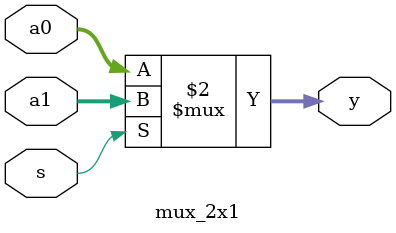
<source format=v>
`timescale 1ns / 1ps

module cse_1(a,b,cin,s,cout);
input [7:0]a,b;
input cin;
output [7:0]s;
output cout;
wire [3:0]s1,s2;
wire p,m,n;
rca_4 u0(a[3:0],b[3:0],cin,s[3:0],p);
rca_4 u1(a[7:4],b[7:4],1'b0,s1[3:0],m);
rca_4 u2(a[7:4],b[7:4],1'b1,s2[3:0],n);
mux_2x1#(4) u3(s1[3:0],s2[3:0],p,s[7:4]);
mux_2x1#(1) u4(m,n,p,cout);
endmodule

module mux_2x1(a0,a1,s,y);
parameter N=4;
input [N-1:0]a0,a1;
input s;
output [N-1:0]y;
assign y=(s==1'b0)?a0:a1;
endmodule
</source>
